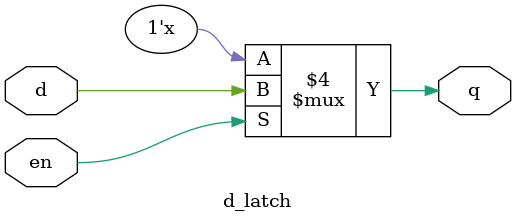
<source format=v>
module d_latch(en,d,q);
 input en,d;
 output reg q;
 always @(*) begin
  if (en==0) q<=q;
   else q<=d;
  end
endmodule






</source>
